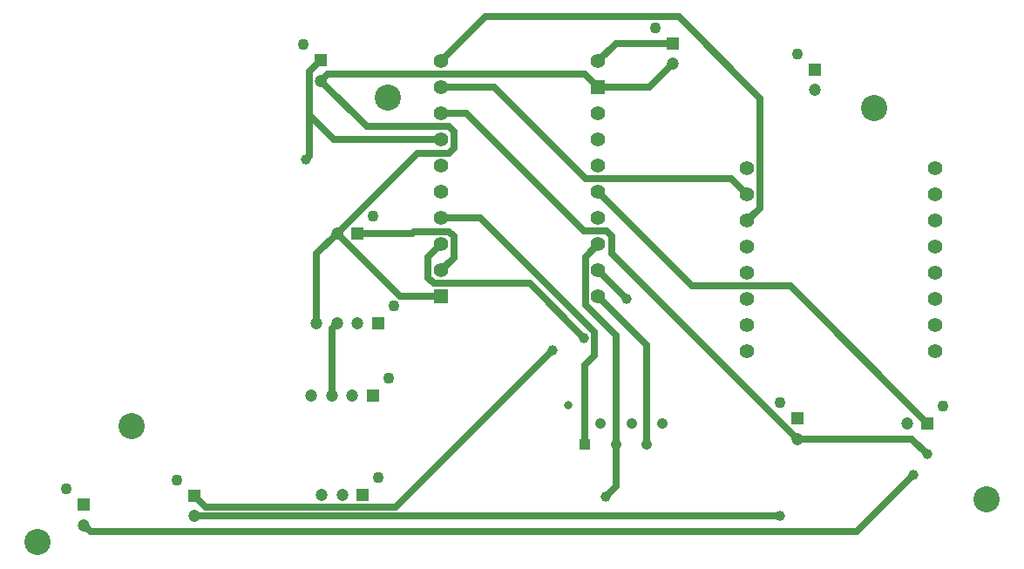
<source format=gbr>
%TF.GenerationSoftware,Altium Limited,Altium Designer,23.1.1 (15)*%
G04 Layer_Physical_Order=2*
G04 Layer_Color=16711680*
%FSLAX45Y45*%
%MOMM*%
%TF.SameCoordinates,C52F0387-6C9F-4DBB-ABB6-C867BCF9EA55*%
%TF.FilePolarity,Positive*%
%TF.FileFunction,Copper,L2,Bot,Signal*%
%TF.Part,Single*%
G01*
G75*
%TA.AperFunction,Conductor*%
%ADD15C,0.63500*%
%TA.AperFunction,ComponentPad*%
%ADD17R,1.05000X1.05000*%
%ADD18C,1.05000*%
%TA.AperFunction,ViaPad*%
%ADD19C,2.54000*%
%TA.AperFunction,ComponentPad*%
%ADD20C,1.20000*%
%ADD21R,1.20000X1.20000*%
%ADD22C,1.10000*%
%ADD23R,1.20000X1.20000*%
%ADD24C,1.42240*%
%ADD25R,1.37160X1.37160*%
%ADD26C,0.80000*%
%TA.AperFunction,ViaPad*%
%ADD27C,1.00000*%
D15*
X-6781800Y3967480D02*
Y4368800D01*
X-7899400Y669900D02*
X-7788300Y558800D01*
X-5941060D01*
X-4417060Y2082800D01*
X-5501640Y3365500D02*
X-5118100D01*
X-4010660Y2258060D01*
Y2032000D02*
Y2258060D01*
X-4102801Y1939859D02*
X-4010660Y2032000D01*
X-4102801Y1171600D02*
Y1939859D01*
X-4099560Y2987040D02*
X-3975100Y3111500D01*
X-4099560Y2524338D02*
Y2987040D01*
Y2524338D02*
X-3802802Y2227580D01*
Y1171600D02*
Y2227580D01*
X-3840480Y3022382D02*
X-2038899Y1220800D01*
X-3840480Y3022382D02*
Y3190240D01*
X-3891280Y3241040D02*
X-3840480Y3190240D01*
X-4114800Y3241040D02*
X-3891280D01*
X-5255260Y4381500D02*
X-4114800Y3241040D01*
X-5501640Y4381500D02*
X-5255260D01*
X-4643120Y2730500D02*
X-4114800Y2202180D01*
X-5572760Y2730500D02*
X-4643120D01*
X-5626100Y2783840D02*
X-5572760Y2730500D01*
X-5626100Y2783840D02*
Y2987040D01*
X-5501640Y3111500D01*
X-3502797Y1171600D02*
Y2131197D01*
X-3975100Y2603500D02*
X-3502797Y2131197D01*
X-3975100Y2857500D02*
X-3695700Y2578100D01*
X-6313500Y3219999D02*
X-5785419D01*
X-5769458Y3235960D01*
X-5422900D01*
X-5377180Y3190240D01*
Y2981960D02*
Y3190240D01*
X-5501640Y2857500D02*
X-5377180Y2981960D01*
X-6562700Y1638300D02*
Y2294499D01*
X-6513500Y2343699D01*
X-3975100Y4889500D02*
X-3800500Y5064100D01*
X-3251200D01*
X-2110740Y2707640D02*
X-774700Y1371600D01*
X-3063240Y2707640D02*
X-2110740D01*
X-3975100Y3619500D02*
X-3063240Y2707640D01*
X-6713499Y2343699D02*
Y3019999D01*
X-6513500Y3219999D01*
X-5897001Y2603500D01*
X-5501640D01*
X-6513500Y3219999D02*
X-5735538Y3997960D01*
X-5422900D01*
X-5377180Y4043680D01*
Y4206240D01*
X-5427980Y4257040D02*
X-5377180Y4206240D01*
X-6222340Y4257040D02*
X-5427980D01*
X-6667500Y4702200D02*
X-6222340Y4257040D01*
X-6667500Y4702200D02*
X-6607200Y4762500D01*
X-4102100D01*
X-3975100Y4635500D01*
X-3479800D01*
X-3251200Y4864100D01*
X-3903980Y660400D02*
X-3802802Y761578D01*
Y1171600D01*
X-7899400Y469900D02*
X-2212340D01*
X-8973099Y382600D02*
X-8910538Y320040D01*
X-1466118D01*
X-911860Y874298D01*
X-6812280Y3937000D02*
X-6781800Y3967480D01*
X-6540500Y4127500D02*
X-5501640D01*
X-6781800Y4368800D02*
X-6540500Y4127500D01*
X-6781800Y4368800D02*
Y4787900D01*
X-6667500Y4902200D01*
X-5501640Y4635500D02*
X-4986020D01*
X-4099560Y3749040D01*
X-2682240D01*
X-2527300Y3594100D01*
X-5501640Y4889500D02*
X-5069840Y5321300D01*
X-3192780D01*
X-2402840Y4531360D01*
Y3464560D02*
Y4531360D01*
X-2527300Y3340100D02*
X-2402840Y3464560D01*
X-2038899Y1220800D02*
X-928700D01*
X-782320Y1074420D01*
D17*
X-4102801Y1171600D02*
D03*
D18*
X-3952799Y1371600D02*
D03*
X-3802802Y1171600D02*
D03*
X-3652799Y1371600D02*
D03*
X-3502797Y1171600D02*
D03*
X-3352800Y1371600D02*
D03*
D19*
X-8509000Y1346200D02*
D03*
X-1295400Y4432300D02*
D03*
X-203200Y635000D02*
D03*
X-9423400Y215900D02*
D03*
X-6019800Y4533900D02*
D03*
D20*
X-1873799Y4611700D02*
D03*
X-3251200Y4864100D02*
D03*
X-6667500Y4702200D02*
D03*
X-6713499Y2343699D02*
D03*
X-6513500D02*
D03*
X-6313500D02*
D03*
X-6762699Y1638300D02*
D03*
X-6562700D02*
D03*
X-6362700D02*
D03*
X-974700Y1371600D02*
D03*
X-2038899Y1220800D02*
D03*
X-8973099Y382600D02*
D03*
X-6661099Y673100D02*
D03*
X-6461100D02*
D03*
X-7899400Y469900D02*
D03*
X-6513500Y3219999D02*
D03*
D21*
X-1873799Y4811700D02*
D03*
X-3251200Y5064100D02*
D03*
X-6667500Y4902200D02*
D03*
X-2038899Y1420800D02*
D03*
X-8973099Y582600D02*
D03*
X-7899400Y669900D02*
D03*
D22*
X-2043801Y4961702D02*
D03*
X-3421202Y5214102D02*
D03*
X-6837502Y5052202D02*
D03*
X-5963498Y2513701D02*
D03*
X-6012698Y1808302D02*
D03*
X-624698Y1541602D02*
D03*
X-2208901Y1570802D02*
D03*
X-9143101Y732602D02*
D03*
X-6111098Y843102D02*
D03*
X-8069402Y819902D02*
D03*
X-6163498Y3390001D02*
D03*
D23*
X-6113501Y2343699D02*
D03*
X-6162700Y1638300D02*
D03*
X-774700Y1371600D02*
D03*
X-6261100Y673100D02*
D03*
X-6313500Y3219999D02*
D03*
D24*
X-3975100Y4889500D02*
D03*
Y4381500D02*
D03*
Y4127500D02*
D03*
Y3873500D02*
D03*
Y3619500D02*
D03*
Y3365500D02*
D03*
Y3111500D02*
D03*
Y2857500D02*
D03*
Y2603500D02*
D03*
X-5501640Y4889500D02*
D03*
Y4635500D02*
D03*
Y4381500D02*
D03*
Y4127500D02*
D03*
Y3873500D02*
D03*
Y3619500D02*
D03*
Y3365500D02*
D03*
Y3111500D02*
D03*
Y2857500D02*
D03*
X-2527300Y3086100D02*
D03*
Y3340100D02*
D03*
Y3594100D02*
D03*
Y3848100D02*
D03*
Y2832100D02*
D03*
Y2578100D02*
D03*
Y2324100D02*
D03*
Y2070100D02*
D03*
X-698500Y3086100D02*
D03*
Y3340100D02*
D03*
Y3594100D02*
D03*
Y3848100D02*
D03*
Y2832100D02*
D03*
Y2578100D02*
D03*
Y2324100D02*
D03*
Y2070100D02*
D03*
D25*
X-3975100Y4635500D02*
D03*
X-5501640Y2603500D02*
D03*
D26*
X-4267799Y1551600D02*
D03*
D27*
X-2212340Y469900D02*
D03*
X-4417060Y2082800D02*
D03*
X-4114800Y2202180D02*
D03*
X-3695700Y2578100D02*
D03*
X-3903980Y660400D02*
D03*
X-911860Y874298D02*
D03*
X-6812280Y3937000D02*
D03*
X-782320Y1074420D02*
D03*
%TF.MD5,6fdacc461bf93842c8d28ecfc95b9aee*%
M02*

</source>
